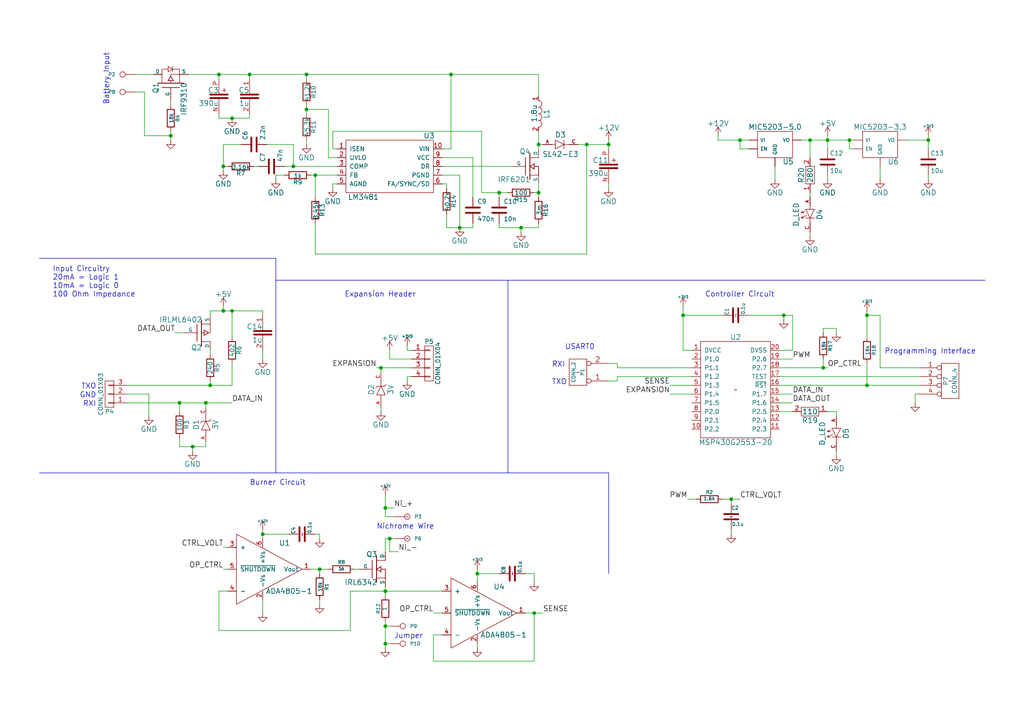
<source format=kicad_sch>
(kicad_sch (version 20230121) (generator eeschema)
  (paper "A4")
  (title_block (title "HABET Burner System") (date "Tue 17 Mar 2015") (rev "B") (company "Iowa State University") (comment 1 "Drawn by: Ian McInerney"))
  (junction (at 251.46 111.76))
  (junction (at 88.9 21.59))
  (junction (at 176.53 41.91))
  (junction (at 170.18 41.91))
  (junction (at 67.31 90.17))
  (junction (at 88.9 31.75))
  (junction (at 113.03 156.21))
  (junction (at 85.09 48.26))
  (junction (at 76.2 154.94))
  (junction (at 49.53 39.37))
  (junction (at 156.21 41.91))
  (junction (at 240.03 40.64))
  (junction (at 63.5 21.59))
  (junction (at 130.81 21.59))
  (junction (at 60.96 111.76))
  (junction (at 238.76 106.68))
  (junction (at 64.77 90.17))
  (junction (at 154.94 177.8))
  (junction (at 110.49 106.68))
  (junction (at 269.24 40.64))
  (junction (at 251.46 91.44))
  (junction (at 144.78 55.88))
  (junction (at 111.76 181.61))
  (junction (at 111.76 171.45))
  (junction (at 59.69 116.84))
  (junction (at 246.38 40.64))
  (junction (at 212.09 144.78))
  (junction (at 156.21 55.88))
  (junction (at 72.39 21.59))
  (junction (at 198.12 91.44))
  (junction (at 133.35 66.04))
  (junction (at 67.31 34.29))
  (junction (at 111.76 147.32))
  (junction (at 138.43 166.37))
  (junction (at 111.76 186.69))
  (junction (at 227.33 91.44))
  (junction (at 151.13 66.04))
  (junction (at 64.77 48.26))
  (junction (at 55.88 129.54))
  (junction (at 92.71 165.1))
  (junction (at 234.95 40.64))
  (junction (at 52.07 116.84))
  (junction (at 91.44 50.8))
  (junction (at 214.63 40.64))
  (wire (pts (xy 60.96 90.17) (xy 64.77 90.17)))
  (wire (pts (xy 85.09 48.26) (xy 97.79 48.26)))
  (wire (pts (xy 49.53 29.21) (xy 49.53 30.48)))
  (wire (pts (xy 242.57 95.25) (xy 242.57 96.52)))
  (wire (pts (xy 88.9 30.48) (xy 88.9 31.75)))
  (wire (pts (xy 212.09 153.67) (xy 212.09 154.94)))
  (wire (pts (xy 208.28 40.64) (xy 214.63 40.64)))
  (wire (pts (xy 66.04 165.1) (xy 64.77 165.1)))
  (wire (pts (xy 63.5 21.59) (xy 63.5 22.86)))
  (polyline (pts (xy 11.43 74.93) (xy 80.01 74.93)))
  (polyline (pts (xy 147.32 81.28) (xy 147.32 137.16)))
  (wire (pts (xy 251.46 91.44) (xy 251.46 97.79)))
  (wire (pts (xy 59.69 116.84) (xy 67.31 116.84)))
  (polyline (pts (xy 176.53 166.37) (xy 176.53 137.16)))
  (wire (pts (xy 217.17 43.18) (xy 214.63 43.18)))
  (wire (pts (xy 128.27 53.34) (xy 129.54 53.34)))
  (wire (pts (xy 88.9 31.75) (xy 88.9 33.02)))
  (wire (pts (xy 67.31 90.17) (xy 67.31 97.79)))
  (wire (pts (xy 227.33 91.44) (xy 227.33 92.71)))
  (wire (pts (xy 251.46 111.76) (xy 266.7 111.76)))
  (wire (pts (xy 49.53 38.1) (xy 49.53 39.37)))
  (wire (pts (xy 92.71 154.94) (xy 92.71 156.21)))
  (wire (pts (xy 80.01 50.8) (xy 82.55 50.8)))
  (wire (pts (xy 198.12 101.6) (xy 200.66 101.6)))
  (wire (pts (xy 110.49 106.68) (xy 110.49 107.95)))
  (wire (pts (xy 53.34 96.52) (xy 50.8 96.52)))
  (wire (pts (xy 119.38 109.22) (xy 118.11 109.22)))
  (wire (pts (xy 60.96 90.17) (xy 60.96 91.44)))
  (wire (pts (xy 52.07 119.38) (xy 52.07 116.84)))
  (wire (pts (xy 152.4 177.8) (xy 154.94 177.8)))
  (wire (pts (xy 36.83 114.3) (xy 43.18 114.3)))
  (wire (pts (xy 82.55 48.26) (xy 85.09 48.26)))
  (wire (pts (xy 111.76 147.32) (xy 111.76 149.86)))
  (wire (pts (xy 64.77 48.26) (xy 66.04 48.26)))
  (wire (pts (xy 138.43 165.1) (xy 138.43 166.37)))
  (wire (pts (xy 229.87 91.44) (xy 229.87 101.6)))
  (wire (pts (xy 111.76 170.18) (xy 111.76 171.45)))
  (wire (pts (xy 246.38 40.64) (xy 247.65 40.64)))
  (wire (pts (xy 179.07 105.41) (xy 176.53 105.41)))
  (wire (pts (xy 129.54 62.23) (xy 129.54 66.04)))
  (wire (pts (xy 198.12 91.44) (xy 198.12 101.6)))
  (wire (pts (xy 43.18 114.3) (xy 43.18 120.65)))
  (wire (pts (xy 91.44 50.8) (xy 97.79 50.8)))
  (wire (pts (xy 91.44 73.66) (xy 170.18 73.66)))
  (wire (pts (xy 95.25 45.72) (xy 95.25 31.75)))
  (wire (pts (xy 128.27 50.8) (xy 133.35 50.8)))
  (wire (pts (xy 251.46 90.17) (xy 251.46 91.44)))
  (wire (pts (xy 246.38 43.18) (xy 246.38 40.64)))
  (wire (pts (xy 212.09 144.78) (xy 212.09 146.05)))
  (wire (pts (xy 137.16 45.72) (xy 137.16 57.15)))
  (wire (pts (xy 255.27 91.44) (xy 255.27 106.68)))
  (wire (pts (xy 95.25 31.75) (xy 88.9 31.75)))
  (wire (pts (xy 76.2 154.94) (xy 83.82 154.94)))
  (wire (pts (xy 60.96 111.76) (xy 67.31 111.76)))
  (wire (pts (xy 36.83 111.76) (xy 60.96 111.76)))
  (wire (pts (xy 242.57 130.81) (xy 242.57 132.08)))
  (wire (pts (xy 238.76 106.68) (xy 240.03 106.68)))
  (wire (pts (xy 139.7 38.1) (xy 139.7 55.88)))
  (wire (pts (xy 39.37 21.59) (xy 44.45 21.59)))
  (wire (pts (xy 179.07 106.68) (xy 179.07 105.41)))
  (wire (pts (xy 64.77 41.91) (xy 69.85 41.91)))
  (wire (pts (xy 88.9 21.59) (xy 130.81 21.59)))
  (polyline (pts (xy 176.53 137.16) (xy 11.43 137.16)))
  (wire (pts (xy 234.95 68.58) (xy 234.95 67.31)))
  (wire (pts (xy 111.76 149.86) (xy 114.3 149.86)))
  (wire (pts (xy 118.11 101.6) (xy 118.11 100.33)))
  (wire (pts (xy 179.07 110.49) (xy 176.53 110.49)))
  (wire (pts (xy 111.76 171.45) (xy 111.76 172.72)))
  (wire (pts (xy 119.38 101.6) (xy 118.11 101.6)))
  (wire (pts (xy 95.25 45.72) (xy 97.79 45.72)))
  (wire (pts (xy 212.09 144.78) (xy 214.63 144.78)))
  (wire (pts (xy 111.76 186.69) (xy 113.03 186.69)))
  (wire (pts (xy 85.09 41.91) (xy 85.09 48.26)))
  (wire (pts (xy 214.63 40.64) (xy 217.17 40.64)))
  (wire (pts (xy 133.35 50.8) (xy 133.35 66.04)))
  (wire (pts (xy 111.76 156.21) (xy 113.03 156.21)))
  (wire (pts (xy 226.06 111.76) (xy 251.46 111.76)))
  (wire (pts (xy 64.77 88.9) (xy 64.77 90.17)))
  (wire (pts (xy 255.27 48.26) (xy 255.27 52.07)))
  (wire (pts (xy 41.91 39.37) (xy 41.91 26.67)))
  (wire (pts (xy 66.04 171.45) (xy 63.5 171.45)))
  (wire (pts (xy 139.7 55.88) (xy 144.78 55.88)))
  (wire (pts (xy 128.27 45.72) (xy 137.16 45.72)))
  (wire (pts (xy 60.96 101.6) (xy 60.96 102.87)))
  (wire (pts (xy 226.06 106.68) (xy 238.76 106.68)))
  (wire (pts (xy 234.95 40.64) (xy 240.03 40.64)))
  (wire (pts (xy 198.12 88.9) (xy 198.12 91.44)))
  (wire (pts (xy 88.9 40.64) (xy 88.9 41.91)))
  (wire (pts (xy 154.94 55.88) (xy 156.21 55.88)))
  (wire (pts (xy 90.17 165.1) (xy 92.71 165.1)))
  (wire (pts (xy 72.39 21.59) (xy 72.39 22.86)))
  (wire (pts (xy 111.76 143.51) (xy 111.76 147.32)))
  (wire (pts (xy 151.13 66.04) (xy 151.13 67.31)))
  (wire (pts (xy 157.48 41.91) (xy 156.21 41.91)))
  (wire (pts (xy 111.76 180.34) (xy 111.76 181.61)))
  (wire (pts (xy 170.18 41.91) (xy 176.53 41.91)))
  (wire (pts (xy 88.9 22.86) (xy 88.9 21.59)))
  (wire (pts (xy 113.03 156.21) (xy 114.3 156.21)))
  (wire (pts (xy 125.73 184.15) (xy 125.73 191.77)))
  (wire (pts (xy 156.21 66.04) (xy 156.21 64.77)))
  (wire (pts (xy 64.77 158.75) (xy 66.04 158.75)))
  (wire (pts (xy 232.41 40.64) (xy 234.95 40.64)))
  (wire (pts (xy 67.31 90.17) (xy 76.2 90.17)))
  (wire (pts (xy 101.6 171.45) (xy 101.6 182.88)))
  (wire (pts (xy 80.01 52.07) (xy 80.01 50.8)))
  (wire (pts (xy 55.88 130.81) (xy 55.88 129.54)))
  (wire (pts (xy 226.06 119.38) (xy 229.87 119.38)))
  (wire (pts (xy 217.17 91.44) (xy 227.33 91.44)))
  (wire (pts (xy 265.43 116.84) (xy 265.43 114.3)))
  (wire (pts (xy 170.18 73.66) (xy 170.18 41.91)))
  (wire (pts (xy 111.76 156.21) (xy 111.76 160.02)))
  (wire (pts (xy 238.76 104.14) (xy 238.76 106.68)))
  (wire (pts (xy 152.4 166.37) (xy 154.94 166.37)))
  (wire (pts (xy 67.31 111.76) (xy 67.31 105.41)))
  (wire (pts (xy 49.53 39.37) (xy 49.53 40.64)))
  (wire (pts (xy 176.53 40.64) (xy 176.53 41.91)))
  (wire (pts (xy 41.91 26.67) (xy 39.37 26.67)))
  (wire (pts (xy 224.79 52.07) (xy 224.79 48.26)))
  (polyline (pts (xy 80.01 74.93) (xy 80.01 137.16)))
  (wire (pts (xy 209.55 144.78) (xy 212.09 144.78)))
  (wire (pts (xy 214.63 43.18) (xy 214.63 40.64)))
  (wire (pts (xy 92.71 165.1) (xy 95.25 165.1)))
  (wire (pts (xy 208.28 39.37) (xy 208.28 40.64)))
  (wire (pts (xy 60.96 111.76) (xy 60.96 110.49)))
  (wire (pts (xy 91.44 50.8) (xy 91.44 57.15)))
  (wire (pts (xy 52.07 127) (xy 52.07 129.54)))
  (wire (pts (xy 234.95 45.72) (xy 234.95 40.64)))
  (wire (pts (xy 242.57 119.38) (xy 242.57 120.65)))
  (wire (pts (xy 238.76 96.52) (xy 238.76 95.25)))
  (wire (pts (xy 154.94 191.77) (xy 154.94 177.8)))
  (wire (pts (xy 156.21 38.1) (xy 156.21 41.91)))
  (wire (pts (xy 265.43 114.3) (xy 266.7 114.3)))
  (wire (pts (xy 130.81 43.18) (xy 128.27 43.18)))
  (wire (pts (xy 238.76 95.25) (xy 242.57 95.25)))
  (wire (pts (xy 115.57 160.02) (xy 113.03 160.02)))
  (wire (pts (xy 111.76 171.45) (xy 128.27 171.45)))
  (wire (pts (xy 266.7 109.22) (xy 226.06 109.22)))
  (wire (pts (xy 176.53 54.61) (xy 176.53 53.34)))
  (wire (pts (xy 113.03 181.61) (xy 111.76 181.61)))
  (wire (pts (xy 63.5 33.02) (xy 63.5 34.29)))
  (wire (pts (xy 269.24 52.07) (xy 269.24 50.8)))
  (wire (pts (xy 148.59 48.26) (xy 128.27 48.26)))
  (wire (pts (xy 67.31 34.29) (xy 72.39 34.29)))
  (wire (pts (xy 76.2 101.6) (xy 76.2 104.14)))
  (wire (pts (xy 64.77 90.17) (xy 67.31 90.17)))
  (wire (pts (xy 113.03 104.14) (xy 119.38 104.14)))
  (wire (pts (xy 130.81 21.59) (xy 156.21 21.59)))
  (wire (pts (xy 269.24 39.37) (xy 269.24 40.64)))
  (wire (pts (xy 247.65 43.18) (xy 246.38 43.18)))
  (wire (pts (xy 102.87 165.1) (xy 104.14 165.1)))
  (wire (pts (xy 133.35 66.04) (xy 137.16 66.04)))
  (polyline (pts (xy 80.01 81.28) (xy 285.75 81.28)))
  (wire (pts (xy 113.03 160.02) (xy 113.03 156.21)))
  (wire (pts (xy 154.94 166.37) (xy 154.94 168.91)))
  (wire (pts (xy 156.21 55.88) (xy 156.21 57.15)))
  (wire (pts (xy 194.31 111.76) (xy 200.66 111.76)))
  (wire (pts (xy 200.66 109.22) (xy 179.07 109.22)))
  (wire (pts (xy 240.03 39.37) (xy 240.03 40.64)))
  (wire (pts (xy 63.5 21.59) (xy 72.39 21.59)))
  (wire (pts (xy 129.54 66.04) (xy 133.35 66.04)))
  (wire (pts (xy 110.49 118.11) (xy 110.49 119.38)))
  (wire (pts (xy 101.6 182.88) (xy 63.5 182.88)))
  (wire (pts (xy 269.24 40.64) (xy 262.89 40.64)))
  (wire (pts (xy 240.03 50.8) (xy 240.03 52.07)))
  (wire (pts (xy 226.06 116.84) (xy 229.87 116.84)))
  (wire (pts (xy 156.21 53.34) (xy 156.21 55.88)))
  (wire (pts (xy 269.24 40.64) (xy 269.24 43.18)))
  (wire (pts (xy 154.94 177.8) (xy 157.48 177.8)))
  (wire (pts (xy 64.77 48.26) (xy 64.77 49.53)))
  (wire (pts (xy 49.53 39.37) (xy 41.91 39.37)))
  (wire (pts (xy 96.52 38.1) (xy 139.7 38.1)))
  (wire (pts (xy 144.78 66.04) (xy 144.78 64.77)))
  (wire (pts (xy 63.5 34.29) (xy 67.31 34.29)))
  (wire (pts (xy 234.95 57.15) (xy 234.95 55.88)))
  (wire (pts (xy 92.71 165.1) (xy 92.71 166.37)))
  (wire (pts (xy 138.43 166.37) (xy 144.78 166.37)))
  (wire (pts (xy 144.78 57.15) (xy 144.78 55.88)))
  (wire (pts (xy 229.87 104.14) (xy 226.06 104.14)))
  (wire (pts (xy 144.78 55.88) (xy 147.32 55.88)))
  (wire (pts (xy 138.43 166.37) (xy 138.43 168.91)))
  (wire (pts (xy 73.66 48.26) (xy 74.93 48.26)))
  (wire (pts (xy 125.73 191.77) (xy 154.94 191.77)))
  (wire (pts (xy 138.43 187.96) (xy 138.43 186.69)))
  (wire (pts (xy 76.2 154.94) (xy 76.2 156.21)))
  (wire (pts (xy 200.66 106.68) (xy 179.07 106.68)))
  (wire (pts (xy 156.21 21.59) (xy 156.21 27.94)))
  (wire (pts (xy 240.03 40.64) (xy 240.03 43.18)))
  (wire (pts (xy 52.07 129.54) (xy 55.88 129.54)))
  (wire (pts (xy 130.81 21.59) (xy 130.81 43.18)))
  (wire (pts (xy 91.44 154.94) (xy 92.71 154.94)))
  (wire (pts (xy 110.49 106.68) (xy 119.38 106.68)))
  (wire (pts (xy 179.07 109.22) (xy 179.07 110.49)))
  (wire (pts (xy 97.79 53.34) (xy 96.52 53.34)))
  (wire (pts (xy 111.76 186.69) (xy 111.76 187.96)))
  (wire (pts (xy 137.16 66.04) (xy 137.16 64.77)))
  (wire (pts (xy 151.13 66.04) (xy 156.21 66.04)))
  (wire (pts (xy 251.46 105.41) (xy 251.46 111.76)))
  (wire (pts (xy 200.66 114.3) (xy 194.31 114.3)))
  (wire (pts (xy 76.2 153.67) (xy 76.2 154.94)))
  (wire (pts (xy 128.27 177.8) (xy 125.73 177.8)))
  (wire (pts (xy 59.69 129.54) (xy 59.69 128.27)))
  (wire (pts (xy 64.77 41.91) (xy 64.77 48.26)))
  (wire (pts (xy 255.27 106.68) (xy 266.7 106.68)))
  (wire (pts (xy 92.71 173.99) (xy 92.71 175.26)))
  (wire (pts (xy 72.39 34.29) (xy 72.39 33.02)))
  (wire (pts (xy 229.87 114.3) (xy 226.06 114.3)))
  (wire (pts (xy 113.03 101.6) (xy 113.03 104.14)))
  (wire (pts (xy 97.79 43.18) (xy 96.52 43.18)))
  (wire (pts (xy 129.54 53.34) (xy 129.54 54.61)))
  (wire (pts (xy 240.03 119.38) (xy 242.57 119.38)))
  (wire (pts (xy 176.53 41.91) (xy 176.53 43.18)))
  (wire (pts (xy 226.06 101.6) (xy 229.87 101.6)))
  (wire (pts (xy 118.11 109.22) (xy 118.11 110.49)))
  (wire (pts (xy 91.44 64.77) (xy 91.44 73.66)))
  (wire (pts (xy 90.17 50.8) (xy 91.44 50.8)))
  (wire (pts (xy 96.52 53.34) (xy 96.52 54.61)))
  (wire (pts (xy 109.22 106.68) (xy 110.49 106.68)))
  (wire (pts (xy 198.12 91.44) (xy 209.55 91.44)))
  (wire (pts (xy 199.39 144.78) (xy 201.93 144.78)))
  (wire (pts (xy 63.5 171.45) (xy 63.5 182.88)))
  (wire (pts (xy 111.76 181.61) (xy 111.76 186.69)))
  (wire (pts (xy 144.78 66.04) (xy 151.13 66.04)))
  (wire (pts (xy 76.2 90.17) (xy 76.2 91.44)))
  (wire (pts (xy 227.33 91.44) (xy 229.87 91.44)))
  (wire (pts (xy 101.6 171.45) (xy 111.76 171.45)))
  (wire (pts (xy 156.21 41.91) (xy 156.21 43.18)))
  (wire (pts (xy 251.46 91.44) (xy 255.27 91.44)))
  (wire (pts (xy 76.2 173.99) (xy 76.2 177.8)))
  (wire (pts (xy 167.64 41.91) (xy 170.18 41.91)))
  (wire (pts (xy 77.47 41.91) (xy 85.09 41.91)))
  (wire (pts (xy 72.39 21.59) (xy 88.9 21.59)))
  (wire (pts (xy 59.69 118.11) (xy 59.69 116.84)))
  (wire (pts (xy 54.61 21.59) (xy 63.5 21.59)))
  (wire (pts (xy 125.73 184.15) (xy 128.27 184.15)))
  (wire (pts (xy 240.03 40.64) (xy 246.38 40.64)))
  (wire (pts (xy 52.07 116.84) (xy 59.69 116.84)))
  (wire (pts (xy 55.88 129.54) (xy 59.69 129.54)))
  (wire (pts (xy 114.3 147.32) (xy 111.76 147.32)))
  (wire (pts (xy 36.83 116.84) (xy 52.07 116.84)))
  (wire (pts (xy 96.52 43.18) (xy 96.52 38.1)))
  (text "USART0" (at 163.83 101.6 0) (effects (font (size 1.524 1.524)) (justify left bottom)))
  (text "TXO" (at 160.02 111.76 0) (effects (font (size 1.524 1.524)) (justify left bottom)))
  (text "Battery Input" (at 31.75 30.48 90) (effects (font (size 1.524 1.524)) (justify left bottom)))
  (text "Expansion Header" (at 120.65 86.36 0) (effects (font (size 1.524 1.524)) (justify right bottom)))
  (text "Burner Circuit" (at 72.39 140.97 0) (effects (font (size 1.524 1.524)) (justify left bottom)))
  (text "Controller Circuit" (at 204.47 86.36 0) (effects (font (size 1.524 1.524)) (justify left bottom)))
  (text "Jumper" (at 114.3 185.42 0) (effects (font (size 1.524 1.524)) (justify left bottom)))
  (text "Programming Interface" (at 256.54 102.87 0) (effects (font (size 1.524 1.524)) (justify left bottom)))
  (text "GND" (at 27.94 115.57 0) (effects (font (size 1.524 1.524)) (justify right bottom)))
  (text "RXI" (at 27.94 118.11 0) (effects (font (size 1.524 1.524)) (justify right bottom)))
  (text "RXI" (at 160.02 106.68 0) (effects (font (size 1.524 1.524)) (justify left bottom)))
  (text "Input Circuitry\n20mA = Logic 1\n10mA = Logic 0\n100 Ohm Impedance" (at 15.24 86.36 0) (effects (font (size 1.524 1.524)) (justify left bottom)))
  (text "TXO" (at 27.94 113.03 0) (effects (font (size 1.524 1.524)) (justify right bottom)))
  (text "Nichrome Wire" (at 109.22 153.67 0) (effects (font (size 1.524 1.524)) (justify left bottom)))
  (label "SENSE" (at 157.48 177.8 0) (effects (font (size 1.524 1.524))))
  (label "DATA_IN" (at 67.31 116.84 0) (effects (font (size 1.524 1.524))))
  (label "SENSE" (at 194.31 111.76 180) (effects (font (size 1.524 1.524))))
  (label "EXPANSION" (at 194.31 114.3 180) (effects (font (size 1.524 1.524))))
  (label "DATA_OUT" (at 229.87 116.84 0) (effects (font (size 1.524 1.524))))
  (label "OP_CTRL" (at 240.03 106.68 0) (effects (font (size 1.524 1.524))))
  (label "CTRL_VOLT" (at 214.63 144.78 0) (effects (font (size 1.524 1.524))))
  (label "OP_CTRL" (at 125.73 177.8 180) (effects (font (size 1.524 1.524))))
  (label "PWM" (at 229.87 104.14 0) (effects (font (size 1.524 1.524))))
  (label "NI_-" (at 115.57 160.02 0) (effects (font (size 1.524 1.524))))
  (label "CTRL_VOLT" (at 64.77 158.75 180) (effects (font (size 1.524 1.524))))
  (label "EXPANSION" (at 109.22 106.68 180) (effects (font (size 1.524 1.524))))
  (label "OP_CTRL" (at 64.77 165.1 180) (effects (font (size 1.524 1.524))))
  (label "DATA_IN" (at 229.87 114.3 0) (effects (font (size 1.524 1.524))))
  (label "Ni_+" (at 114.3 147.32 0) (effects (font (size 1.524 1.524))))
  (label "DATA_OUT" (at 50.8 96.52 180) (effects (font (size 1.524 1.524))))
  (label "PWM" (at 199.39 144.78 180) (effects (font (size 1.524 1.524))))
  (symbol (lib_id "Microprocessors:MSP430G2553-20") (at 213.36 113.03 0) (unit 1)
    (property "Reference" "U2" (at 213.36 97.79 0) (effects (font (size 1.524 1.524))))
    (property "Value" "MSP430G2553-20" (at 213.36 128.27 0) (effects (font (size 1.524 1.524))))
    (property "Footprint" "SMD:SOP_4.5mm_0.65mm_20" (effects hide))
    (property "Datasheet" "~" (at 213.36 113.03 0) (effects (font (size 1.524 1.524))))
    (property "DigikeyNumber" "296-28430-1-ND" (effects hide))
    (property "Manufacturer" "Texas Instruments" (effects hide))
    (property "ManufacturerNumber" "MSP430G2553IPW20R" (effects hide))
  )
  (symbol (lib_id "Burner-rescue:GND") (at 111.76 187.96 0) (unit 1)
    (property "Reference" "#PWR01" (effects hide))
    (property "Value" "GND" (effects hide))
  )
  (symbol (lib_id "Burner-rescue:GND") (at 49.53 40.64 0) (unit 1)
    (property "Reference" "#PWR02" (effects hide))
    (property "Value" "GND" (effects hide))
  )
  (symbol (lib_id "Burner-rescue:GND") (at 227.33 92.71 0) (unit 1)
    (property "Reference" "#PWR03" (effects hide))
    (property "Value" "GND" (effects hide))
  )
  (symbol (lib_id "Burner-rescue:R") (at 92.71 170.18 0) (unit 1)
    (property "Reference" "R1" (at 94.742 170.18 90) (effects (font (size 1.016 1.016))))
    (property "Value" "10k" (at 92.8878 170.1546 90) (effects (font (size 1.016 1.016))))
    (property "Footprint" "SMD:SMD_0805" (effects hide))
    (property "Datasheet" "~" (at 92.71 170.18 0) (effects (font (size 0.762 0.762))))
    (property "DigikeyNumber" "P10.0KCCT-ND" (effects hide))
    (property "Manufacturer" "Panasonic Electronic Components" (effects hide))
    (property "ManufacturerNumber" "ERJ-6ENF1002V" (effects hide))
  )
  (symbol (lib_id "Burner-rescue:CONN_2") (at 167.64 107.95 180) (unit 1)
    (property "Reference" "P1" (at 168.91 107.95 90) (effects (font (size 1.016 1.016))))
    (property "Value" "CONN_2" (at 166.37 107.95 90) (effects (font (size 1.016 1.016))))
    (property "Footprint" "Connectors:CONN_2.54mm_1x2" (effects hide))
    (property "Datasheet" "~" (at 167.64 107.95 0) (effects (font (size 1.524 1.524))))
  )
  (symbol (lib_id "Burner-rescue:C") (at 213.36 91.44 90) (unit 1)
    (property "Reference" "C1" (at 210.82 91.44 0) (effects (font (size 1.016 1.016)) (justify left)))
    (property "Value" "0.1u" (at 215.519 91.2876 0) (effects (font (size 1.016 1.016)) (justify left)))
    (property "Footprint" "SMD:SMD_0805" (effects hide))
    (property "Datasheet" "~" (at 213.36 91.44 0) (effects (font (size 1.524 1.524))))
    (property "DigikeyNumber" "311-1141-1-ND" (effects hide))
    (property "Manufacturer" "Yageo" (effects hide))
    (property "ManufacturerNumber" "CC0805KRX7R8BB104" (effects hide))
  )
  (symbol (lib_id "Burner-rescue:CONN_1") (at 118.11 149.86 0) (unit 1)
    (property "Reference" "P3" (at 120.142 149.86 0) (effects (font (size 1.016 1.016)) (justify left)))
    (property "Value" "CONN_1" (effects hide))
    (property "Footprint" "Connectors:CONN_2.54mm_1x1" (effects hide))
    (property "Datasheet" "~" (at 118.11 149.86 0) (effects (font (size 1.524 1.524))))
  )
  (symbol (lib_id "Burner-rescue:CONN_1") (at 118.11 156.21 0) (unit 1)
    (property "Reference" "P6" (at 120.142 156.21 0) (effects (font (size 1.016 1.016)) (justify left)))
    (property "Value" "CONN_1" (effects hide))
    (property "Footprint" "Connectors:CONN_2.54mm_1x1" (effects hide))
    (property "Datasheet" "~" (at 118.11 156.21 0) (effects (font (size 1.524 1.524))))
  )
  (symbol (lib_id "Burner-rescue:R") (at 111.76 176.53 180) (unit 1)
    (property "Reference" "R12" (at 109.728 176.53 90) (effects (font (size 1.016 1.016))))
    (property "Value" "1" (at 111.5822 176.5554 90) (effects (font (size 1.016 1.016))))
    (property "Footprint" "Resistors:RES_D2PACK" (effects hide))
    (property "Datasheet" "http://www.bourns.com/data/global/pdfs/PWR163.pdf" (effects hide))
    (property "DigikeyNumber" "PWR163S-25-1R00J-ND" (effects hide))
    (property "Manufacturer" "Bournes" (effects hide))
    (property "ManufacturerNumber" "PWR163S-25-1R00J" (effects hide))
  )
  (symbol (lib_id "Burner-rescue:R") (at 99.06 165.1 90) (unit 1)
    (property "Reference" "R8" (at 99.06 163.068 90) (effects (font (size 1.016 1.016))))
    (property "Value" "1k" (at 99.0346 164.9222 90) (effects (font (size 1.016 1.016))))
    (property "Footprint" "SMD:SMD_0805" (effects hide))
    (property "Datasheet" "~" (at 99.06 165.1 0) (effects (font (size 0.762 0.762))))
    (property "DigikeyNumber" "P1.00KCCT-ND" (effects hide))
    (property "Manufacturer" "Panasonic Electronic Components" (effects hide))
    (property "ManufacturerNumber" "ERJ-6ENF1001V" (effects hide))
  )
  (symbol (lib_id "Burner-rescue:GND") (at 76.2 177.8 0) (unit 1)
    (property "Reference" "#PWR04" (effects hide))
    (property "Value" "GND" (effects hide))
  )
  (symbol (lib_id "Burner-rescue:+3.3V") (at 198.12 88.9 0) (unit 1)
    (property "Reference" "#PWR06" (effects hide))
    (property "Value" "+3.3V" (at 198.12 86.106 0) (effects (font (size 0.762 0.762))))
  )
  (symbol (lib_id "Burner-rescue:+12V") (at 111.76 143.51 0) (unit 1)
    (property "Reference" "#PWR07" (effects hide))
    (property "Value" "+12V" (at 111.76 140.97 0) (effects (font (size 0.762 0.762))))
  )
  (symbol (lib_id "Burner-rescue:GND") (at 92.71 175.26 0) (unit 1)
    (property "Reference" "#PWR08" (effects hide))
    (property "Value" "GND" (effects hide))
  )
  (symbol (lib_id "Burner-rescue:GND") (at 265.43 116.84 0) (unit 1)
    (property "Reference" "#PWR09" (effects hide))
    (property "Value" "GND" (effects hide))
  )
  (symbol (lib_id "Burner-rescue:GND") (at 138.43 187.96 0) (unit 1)
    (property "Reference" "#PWR010" (effects hide))
    (property "Value" "GND" (effects hide))
  )
  (symbol (lib_id "Burner-rescue:+3.3V") (at 138.43 165.1 0) (unit 1)
    (property "Reference" "#PWR011" (effects hide))
    (property "Value" "+3.3V" (at 138.43 162.306 0) (effects (font (size 0.762 0.762))))
  )
  (symbol (lib_id "Burner-rescue:CONN_4") (at 275.59 110.49 0) (unit 1)
    (property "Reference" "P7" (at 274.32 110.49 90))
    (property "Value" "CONN_4" (at 276.86 110.49 90))
    (property "Footprint" "Connectors:CONN_2.54mm_1x4" (effects hide))
    (property "Datasheet" "~" (at 275.59 110.49 0) (effects (font (size 1.524 1.524))))
  )
  (symbol (lib_id "Burner-rescue:+3.3V") (at 251.46 90.17 0) (unit 1)
    (property "Reference" "#PWR012" (effects hide))
    (property "Value" "+3.3V" (at 251.46 87.376 0) (effects (font (size 0.762 0.762))))
  )
  (symbol (lib_id "Burner-rescue:GND") (at 242.57 96.52 0) (unit 1)
    (property "Reference" "#PWR013" (effects hide))
    (property "Value" "GND" (effects hide))
  )
  (symbol (lib_id "Burner-rescue:R") (at 205.74 144.78 90) (unit 1)
    (property "Reference" "R2" (at 205.74 142.748 90) (effects (font (size 1.016 1.016))))
    (property "Value" "1.6k" (at 205.7146 144.6022 90) (effects (font (size 1.016 1.016))))
    (property "Footprint" "SMD:SMD_0805" (effects hide))
    (property "Datasheet" "~" (at 205.74 144.78 0) (effects (font (size 0.762 0.762))))
    (property "DigikeyNumber" "P1.60KCCT-ND" (effects hide))
    (property "Manufacturer" "Panasonic Electronic Components" (effects hide))
    (property "ManufacturerNumber" "ERJ-6ENF1601V" (effects hide))
  )
  (symbol (lib_id "Burner-rescue:GND") (at 212.09 154.94 0) (unit 1)
    (property "Reference" "#PWR014" (effects hide))
    (property "Value" "GND" (effects hide))
  )
  (symbol (lib_id "Burner-rescue:GND") (at 92.71 156.21 0) (unit 1)
    (property "Reference" "#PWR015" (effects hide))
    (property "Value" "GND" (effects hide))
  )
  (symbol (lib_id "Burner-rescue:GND") (at 154.94 168.91 0) (unit 1)
    (property "Reference" "#PWR016" (effects hide))
    (property "Value" "GND" (effects hide))
  )
  (symbol (lib_id "Burner-rescue:R") (at 156.21 60.96 0) (unit 1)
    (property "Reference" "R16" (at 158.242 60.96 90))
    (property "Value" "3m" (at 156.3878 60.9346 90))
    (property "Footprint" "SMD:SMD_2010" (effects hide))
    (property "Datasheet" "http://rohmfs.rohm.com/en/products/databook/datasheet/passive/resistor/chip_resistor/pmr.pdf" (effects hide))
    (property "DigikeyNumber" "RHM.003ASCT-ND" (effects hide))
    (property "Manufacturer" "Rohm Semiconductor" (effects hide))
    (property "ManufacturerNumber" "PMR50HZPFV3L00" (effects hide))
  )
  (symbol (lib_id "Burner-rescue:C") (at 144.78 60.96 0) (unit 1)
    (property "Reference" "C10" (at 146.05 58.42 0) (effects (justify left)))
    (property "Value" "10n" (at 146.05 63.5 0) (effects (justify left)))
    (property "Footprint" "SMD:SMD_0805" (effects hide))
    (property "DigikeyNumber" "311-1136-1-ND" (effects hide))
    (property "Manufacturer" "Yageo" (effects hide))
    (property "ManufacturerNumber" "CC0805KRX7R9BB103" (effects hide))
  )
  (symbol (lib_id "Burner-rescue:C") (at 137.16 60.96 0) (unit 1)
    (property "Reference" "C9" (at 138.43 58.42 0) (effects (justify left)))
    (property "Value" "470n" (at 138.43 63.5 0) (effects (justify left)))
    (property "Footprint" "SMD:SMD_0805" (effects hide))
    (property "DigikeyNumber" "311-1364-1-ND" (effects hide))
    (property "Manufacturer" "Yageo" (effects hide))
    (property "ManufacturerNumber" "CC0805KKX7R8BB474" (effects hide))
  )
  (symbol (lib_id "Burner-rescue:R") (at 129.54 58.42 0) (unit 1)
    (property "Reference" "R14" (at 131.572 58.42 90))
    (property "Value" "40.2k" (at 129.7178 58.3946 90))
    (property "Footprint" "SMD:SMD_0805" (effects hide))
    (property "DigikeyNumber" "P40.2KCCT-ND" (effects hide))
    (property "Manufacturer" "Panasonic Electronic Components" (effects hide))
    (property "ManufacturerNumber" "ERJ-6ENF4022V" (effects hide))
  )
  (symbol (lib_id "Burner-rescue:GND") (at 133.35 66.04 0) (unit 1)
    (property "Reference" "#PWR017" (effects hide))
    (property "Value" "GND" (at 133.35 69.85 0) (effects (font (size 1.524 1.524))))
  )
  (symbol (lib_id "Burner-rescue:GND") (at 151.13 67.31 0) (unit 1)
    (property "Reference" "#PWR018" (effects hide))
    (property "Value" "GND" (at 151.13 71.12 0) (effects (font (size 1.524 1.524))))
  )
  (symbol (lib_id "Burner-rescue:GND") (at 96.52 54.61 0) (unit 1)
    (property "Reference" "#PWR019" (effects hide))
    (property "Value" "GND" (at 96.52 58.42 0) (effects (font (size 1.524 1.524))))
  )
  (symbol (lib_id "Burner-rescue:R") (at 86.36 50.8 270) (unit 1)
    (property "Reference" "R9" (at 86.36 52.832 90))
    (property "Value" "1k" (at 86.3854 50.9778 90))
    (property "Footprint" "SMD:SMD_0805" (effects hide))
    (property "DigikeyNumber" "P1.00KCCT-ND" (effects hide))
    (property "Manufacturer" "Panasonic Electronics Components" (effects hide))
    (property "ManufacturerNumber" "ERJ-6ENF1001V" (effects hide))
  )
  (symbol (lib_id "Burner-rescue:R") (at 91.44 60.96 0) (unit 1)
    (property "Reference" "R13" (at 93.472 60.96 90))
    (property "Value" "8.45k" (at 91.6178 60.9346 90))
    (property "Footprint" "SMD:SMD_0805" (effects hide))
    (property "DigikeyNumber" "P8.45KCCT-ND" (effects hide))
    (property "Manufacturer" "Panasonic Electronic Components" (effects hide))
    (property "ManufacturerNumber" "ERJ-6ENF8451V" (effects hide))
  )
  (symbol (lib_id "Burner-rescue:GND") (at 80.01 52.07 0) (unit 1)
    (property "Reference" "#PWR020" (effects hide))
    (property "Value" "GND" (at 80.01 55.88 0) (effects (font (size 1.524 1.524))))
  )
  (symbol (lib_id "Burner-rescue:R") (at 88.9 26.67 0) (unit 1)
    (property "Reference" "R10" (at 90.932 26.67 90))
    (property "Value" "41.2k" (at 89.0778 26.6446 90))
    (property "Footprint" "SMD:SMD_0805" (effects hide))
    (property "DigikeyNumber" "P41.2KCCT-ND" (effects hide))
    (property "Manufacturer" "Panasonic Electronic Components" (effects hide))
    (property "ManufacturerNumber" "ERJ-6ENF4122V" (effects hide))
  )
  (symbol (lib_id "Burner-rescue:R") (at 88.9 36.83 0) (unit 1)
    (property "Reference" "R11" (at 90.932 36.83 90))
    (property "Value" "45.3k" (at 89.0778 36.8046 90))
    (property "Footprint" "SMD:SMD_0805" (effects hide))
    (property "DigikeyNumber" "P45.3KCCT-ND" (effects hide))
    (property "Manufacturer" "Panasonic Electronic Components" (effects hide))
    (property "ManufacturerNumber" "ERJ-6ENF4532V" (effects hide))
  )
  (symbol (lib_id "Burner-rescue:GND") (at 88.9 41.91 0) (unit 1)
    (property "Reference" "#PWR021" (effects hide))
    (property "Value" "GND" (at 88.9 45.72 0) (effects (font (size 1.524 1.524))))
  )
  (symbol (lib_id "Burner-rescue:GND") (at 176.53 54.61 0) (unit 1)
    (property "Reference" "#PWR022" (effects hide))
    (property "Value" "GND" (at 176.53 58.42 0) (effects (font (size 1.524 1.524))))
  )
  (symbol (lib_id "Burner-rescue:GND") (at 67.31 34.29 0) (unit 1)
    (property "Reference" "#PWR023" (effects hide))
    (property "Value" "GND" (at 67.31 38.1 0) (effects (font (size 1.524 1.524))))
  )
  (symbol (lib_id "Burner-rescue:+12V") (at 176.53 40.64 0) (unit 1)
    (property "Reference" "#PWR024" (effects hide))
    (property "Value" "+12V" (at 176.53 37.084 0) (effects (font (size 1.524 1.524))))
  )
  (symbol (lib_id "Burner-rescue:C") (at 78.74 48.26 90) (unit 1)
    (property "Reference" "C7" (at 76.2 46.99 0) (effects (justify left)))
    (property "Value" "47n" (at 81.28 46.99 0) (effects (justify left)))
    (property "Footprint" "SMD:SMD_0805" (effects hide))
    (property "DigikeyNumber" "311-1431-1-ND" (effects hide))
    (property "Manufacturer" "Yageo" (effects hide))
    (property "ManufacturerNumber" "CC0805KRX7R9BB473" (effects hide))
  )
  (symbol (lib_id "Burner-rescue:C") (at 73.66 41.91 90) (unit 1)
    (property "Reference" "C6" (at 71.12 40.64 0) (effects (justify left)))
    (property "Value" "2.2n" (at 76.2 40.64 0) (effects (justify left)))
    (property "Footprint" "SMD:SMD_0805" (effects hide))
    (property "DigikeyNumber" "311-1129-1-ND" (effects hide))
    (property "Manufacturer" "Yageo" (effects hide))
    (property "ManufacturerNumber" "CC0805KRX7R9BB222" (effects hide))
  )
  (symbol (lib_id "Burner-rescue:R") (at 69.85 48.26 270) (unit 1)
    (property "Reference" "R7" (at 69.85 50.292 90))
    (property "Value" "3.16k" (at 69.8754 48.4378 90))
    (property "Footprint" "SMD:SMD_0805" (effects hide))
    (property "DigikeyNumber" "P3.16KCCT-ND" (effects hide))
    (property "Manufacturer" "Panasonic Electronic Components" (effects hide))
    (property "ManufacturerNumber" "ERJ-6ENF3161V" (effects hide))
  )
  (symbol (lib_id "Burner-rescue:GND") (at 64.77 49.53 0) (unit 1)
    (property "Reference" "#PWR025" (effects hide))
    (property "Value" "GND" (at 64.77 53.34 0) (effects (font (size 1.524 1.524))))
  )
  (symbol (lib_id "PowerComponents:LM3481") (at 113.03 48.26 0) (unit 1)
    (property "Reference" "U3" (at 124.46 39.37 0) (effects (font (size 1.524 1.524))))
    (property "Value" "LM3481" (at 105.41 57.15 0) (effects (font (size 1.524 1.524))))
    (property "Footprint" "SMD:SOP_3.0mm_0.5mm_10" (effects hide))
    (property "Datasheet" "http://www.ti.com/lit/ds/symlink/lm3481.pdf" (effects hide))
    (property "DigikeyNumber" "LM3481MM/NOPBCT-ND" (effects hide))
    (property "Manufacturer" "Texas_Instruments" (effects hide))
    (property "ManufacturerNumber" "LM3481MM/NOPB" (effects hide))
  )
  (symbol (lib_id "MiscellaneousDevices:ADA4805-1") (at 76.2 165.1 0) (unit 1)
    (property "Reference" "U1" (at 82.55 157.48 0) (effects (font (size 1.524 1.524))))
    (property "Value" "ADA4805-1" (at 83.82 171.45 0) (effects (font (size 1.524 1.524))))
    (property "Footprint" "SMD:SOT-23-6" (effects hide))
    (property "Datasheet" "http://www.analog.com/media/en/technical-documentation/data-sheets/ADA4805-1_4805-2.pdf" (effects hide))
    (property "DigikeyNumber" "ADA4805-1ARJZ-R7CT-ND" (effects hide))
    (property "Manufacturer" "Analog_Devices" (effects hide))
    (property "ManufacturerNumber" "ADA4805-1ARJZ-R7" (effects hide))
  )
  (symbol (lib_id "MiscellaneousDevices:ADA4805-1") (at 138.43 177.8 0) (unit 1)
    (property "Reference" "U4" (at 144.78 170.18 0) (effects (font (size 1.524 1.524))))
    (property "Value" "ADA4805-1" (at 146.05 184.15 0) (effects (font (size 1.524 1.524))))
    (property "Footprint" "SMD:SOT-23-6" (effects hide))
    (property "Datasheet" "http://www.analog.com/media/en/technical-documentation/data-sheets/ADA4805-1_4805-2.pdf" (effects hide))
    (property "DigikeyNumber" "ADA4805-1ARJZ-R7CT-ND" (effects hide))
    (property "Manufacturer" "Analog_Devices" (effects hide))
    (property "ManufacturerNumber" "ADA4805-1ARJZ-R7" (effects hide))
  )
  (symbol (lib_id "Burner-rescue:R") (at 151.13 55.88 270) (unit 1)
    (property "Reference" "R15" (at 151.13 57.912 90))
    (property "Value" "100" (at 151.13 55.88 90))
    (property "Footprint" "SMD:SMD_0805" (effects hide))
    (property "DigikeyNumber" "P100CCT-ND" (effects hide))
    (property "Manufacturer" "Panasonic Electronic Components" (effects hide))
    (property "ManufacturerNumber" "ERJ-6ENF1000V" (effects hide))
  )
  (symbol (lib_id "Burner-rescue:R") (at 52.07 123.19 0) (unit 1)
    (property "Reference" "R3" (at 54.102 123.19 90))
    (property "Value" "100" (at 52.07 123.19 90))
    (property "Footprint" "SMD:SMD_0805" (effects hide))
    (property "DigikeyNumber" "P100CCT-ND" (effects hide))
    (property "Manufacturer" "Panasonic Electronic Components" (effects hide))
    (property "ManufacturerNumber" "ERJ-6ENF1000V" (effects hide))
  )
  (symbol (lib_id "Burner-rescue:CONN_01X03") (at 31.75 114.3 180) (unit 1)
    (property "Reference" "P4" (at 31.75 119.38 0))
    (property "Value" "CONN_01X03" (at 29.21 114.3 90))
    (property "Footprint" "Connectors:CONN_2.54mm_1x3" (effects hide))
  )
  (symbol (lib_id "Burner-rescue:GND") (at 43.18 120.65 0) (unit 1)
    (property "Reference" "#PWR026" (effects hide))
    (property "Value" "GND" (at 43.18 124.46 0) (effects (font (size 1.524 1.524))))
  )
  (symbol (lib_id "Burner-rescue:R") (at 60.96 106.68 0) (unit 1)
    (property "Reference" "R5" (at 62.992 106.68 90))
    (property "Value" "240" (at 60.96 106.68 90))
    (property "Footprint" "SMD:SMD_0805" (effects hide))
    (property "DigikeyNumber" "P240CCT-ND" (effects hide))
    (property "Manufacturer" "Panasonic Electronic Components" (effects hide))
    (property "ManufacturerNumber" "ERJ-6ENF2400V" (effects hide))
  )
  (symbol (lib_id "Burner-rescue:R") (at 67.31 101.6 0) (unit 1)
    (property "Reference" "R6" (at 69.342 101.6 90))
    (property "Value" "402" (at 67.31 101.6 90))
    (property "Footprint" "SMD:SMD_0805" (effects hide))
    (property "DigikeyNumber" "P402CCT-ND" (effects hide))
    (property "Manufacturer" "Panasonic Electronic Components" (effects hide))
    (property "ManufacturerNumber" "ERJ-6ENF4020V" (effects hide))
  )
  (symbol (lib_id "Burner-rescue:+5V") (at 64.77 88.9 0) (unit 1)
    (property "Reference" "#PWR027" (effects hide))
    (property "Value" "+5V" (at 64.77 85.344 0) (effects (font (size 1.524 1.524))))
  )
  (symbol (lib_id "Burner-rescue:+5V") (at 240.03 39.37 0) (unit 1)
    (property "Reference" "#PWR028" (effects hide))
    (property "Value" "+5V" (at 240.03 35.814 0) (effects (font (size 1.524 1.524))))
  )
  (symbol (lib_id "Burner-rescue:+3.3V") (at 269.24 39.37 0) (unit 1)
    (property "Reference" "#PWR029" (effects hide))
    (property "Value" "+3.3V" (at 269.24 36.576 0) (effects (font (size 0.762 0.762))))
  )
  (symbol (lib_id "Burner-rescue:GND") (at 240.03 52.07 0) (unit 1)
    (property "Reference" "#PWR030" (effects hide))
    (property "Value" "GND" (at 240.03 55.88 0) (effects (font (size 1.524 1.524))))
  )
  (symbol (lib_id "Burner-rescue:C") (at 240.03 46.99 0) (unit 1)
    (property "Reference" "C12" (at 240.665 44.45 0) (effects (justify left)))
    (property "Value" "10u" (at 240.665 49.53 0) (effects (justify left)))
    (property "Footprint" "SMD:SMD_0805" (effects hide))
    (property "DigikeyNumber" "311-1355-1-ND" (effects hide))
    (property "Manufacturer" "Yageo" (effects hide))
    (property "ManufacturerNumber" "CC0805ZKY5V6BB106" (effects hide))
  )
  (symbol (lib_id "Diodes:D_ZENER") (at 59.69 123.19 0) (unit 1)
    (property "Reference" "D1" (at 56.896 123.19 90) (effects (font (size 1.524 1.524))))
    (property "Value" "3V" (at 62.484 123.19 90) (effects (font (size 1.524 1.524))))
    (property "Footprint" "Diodes:DIODE_SOT-23-3" (effects hide))
    (property "Datasheet" "http://www.onsemi.com/pub_link/Collateral/BZX84C2V4LT1-D.PDF" (effects hide))
    (property "DigikeyNumber" "BZX84C3V0LT1GOSCT-ND" (effects hide))
    (property "Manufacturer" "ON Semiconductor" (effects hide))
    (property "ManufacturerNumber" "BZX84C3V0LT1G" (effects hide))
  )
  (symbol (lib_id "Diodes:D_ZENER") (at 110.49 113.03 0) (unit 1)
    (property "Reference" "D2" (at 107.696 113.03 90) (effects (font (size 1.524 1.524))))
    (property "Value" "3V" (at 113.284 113.03 90) (effects (font (size 1.524 1.524))))
    (property "Footprint" "Diodes:DIODE_SOT-23-3" (effects hide))
    (property "Datasheet" "http://www.onsemi.com/pub_link/Collateral/BZX84C2V4LT1-D.PDF" (effects hide))
    (property "DigikeyNumber" "BZX84C3V0LT1GOSCT-ND" (effects hide))
    (property "Manufacturer" "ON Semiconductor" (effects hide))
    (property "ManufacturerNumber" "BZX84C3V0LT1G" (effects hide))
  )
  (symbol (lib_id "Diodes:D_DIODE") (at 162.56 41.91 270) (unit 1)
    (property "Reference" "D3" (at 162.56 39.116 90) (effects (font (size 1.524 1.524))))
    (property "Value" "SL42-E3" (at 162.56 44.704 90) (effects (font (size 1.524 1.524))))
    (property "Footprint" "Diodes:DIODE_DO214AB-SMC" (effects hide))
    (property "Datasheet" "http://www.vishay.com/docs/88742/sl42.pdf" (effects hide))
    (property "DigikeyNumber" "SL42-E3/57TGICT-ND" (effects hide))
    (property "Manufacturer" "Vishay" (effects hide))
    (property "ManufacturerNumber" "SL42-E3/57T" (effects hide))
  )
  (symbol (lib_id "Burner-rescue:GND") (at 55.88 130.81 0) (unit 1)
    (property "Reference" "#PWR031" (effects hide))
    (property "Value" "GND" (at 55.88 134.62 0) (effects (font (size 1.524 1.524))))
  )
  (symbol (lib_id "TransistorParts:NMOS_3-Term") (at 153.67 48.26 0) (unit 1)
    (property "Reference" "Q4" (at 153.924 43.942 0) (effects (font (size 1.524 1.524)) (justify right)))
    (property "Value" "IRF6201" (at 153.924 52.07 0) (effects (font (size 1.524 1.524)) (justify right)))
    (property "Footprint" "Transistors:TRANS_SO_4.0mm_1.27mm_8" (effects hide))
    (property "Datasheet" "http://www.irf.com/product-info/datasheets/data/irf6201pbf.pdf" (effects hide))
    (property "DigikeyNumber" "IRF6201TRPBFCT-ND" (effects hide))
    (property "Manufacturer" "International Rectifier" (effects hide))
    (property "ManufacturerNumber" "IRF6201TRPBF" (effects hide))
  )
  (symbol (lib_id "TransistorParts:PMOS_POWER") (at 49.53 24.13 90) (unit 1)
    (property "Reference" "Q1" (at 45.212 23.876 0) (effects (font (size 1.524 1.524)) (justify right)))
    (property "Value" "IRF9310" (at 53.34 23.876 0) (effects (font (size 1.524 1.524)) (justify right)))
    (property "Footprint" "Transistors:TRANS_SO_4.0mm_1.27mm_8" (effects hide))
    (property "Datasheet" "http://www.irf.com/product-info/datasheets/data/irf9310pbf.pdf" (effects hide))
    (property "DigikeyNumber" "IRF9310TRPBFCT-ND" (effects hide))
    (property "Manufacturer" "International Rectifier" (effects hide))
    (property "ManufacturerNumber" "IRF9310TRPBF" (effects hide))
  )
  (symbol (lib_id "Burner-rescue:CONN_01X04") (at 124.46 105.41 0) (unit 1)
    (property "Reference" "P5" (at 124.46 99.06 0))
    (property "Value" "CONN_01X04" (at 127 105.41 90))
    (property "Footprint" "Connectors:CONN_2.00mm_1x4" (effects hide))
  )
  (symbol (lib_id "Burner-rescue:+3.3V") (at 118.11 100.33 0) (unit 1)
    (property "Reference" "#PWR032" (effects hide))
    (property "Value" "+3.3V" (at 118.11 97.536 0) (effects (font (size 0.762 0.762))))
  )
  (symbol (lib_id "Burner-rescue:+5V") (at 113.03 101.6 0) (unit 1)
    (property "Reference" "#PWR033" (effects hide))
    (property "Value" "+5V" (at 113.03 98.044 0) (effects (font (size 1.524 1.524))))
  )
  (symbol (lib_id "TransistorParts:PMOS_3-Term") (at 58.42 96.52 0) (mirror x) (unit 1)
    (property "Reference" "Q2" (at 58.674 100.838 0) (effects (font (size 1.524 1.524)) (justify right)))
    (property "Value" "IRLML6402" (at 58.674 92.71 0) (effects (font (size 1.524 1.524)) (justify right)))
    (property "Footprint" "Transistors:TRANS_SOT-23-3" (effects hide))
    (property "Datasheet" "http://www.irf.com/product-info/datasheets/data/irlml6402pbf.pdf" (effects hide))
    (property "DigikeyNumber" "IRLML6402PBFCT-ND" (effects hide))
    (property "Manufacturer" "International Rectifier" (effects hide))
    (property "ManufacturerNumber" "IRLML6402TRPBF" (effects hide))
  )
  (symbol (lib_id "Burner-rescue:GND") (at 118.11 110.49 0) (unit 1)
    (property "Reference" "#PWR034" (effects hide))
    (property "Value" "GND" (at 118.11 114.3 0) (effects (font (size 1.524 1.524))))
  )
  (symbol (lib_id "Burner-rescue:GND") (at 110.49 119.38 0) (unit 1)
    (property "Reference" "#PWR035" (effects hide))
    (property "Value" "GND" (at 110.49 123.19 0) (effects (font (size 1.524 1.524))))
  )
  (symbol (lib_id "TransistorParts:NMOS_3-Term") (at 109.22 165.1 0) (unit 1)
    (property "Reference" "Q3" (at 109.474 160.782 0) (effects (font (size 1.524 1.524)) (justify right)))
    (property "Value" "IRL6342" (at 109.474 168.91 0) (effects (font (size 1.524 1.524)) (justify right)))
    (property "Footprint" "Transistors:TRANS_SO_4.0mm_1.27mm_8" (effects hide))
    (property "Datasheet" "http://www.irf.com/product-info/datasheets/data/irl6342pbf.pdf" (effects hide))
    (property "DigikeyNumber" "IRL6342TRPBFCT-ND" (effects hide))
    (property "Manufacturer" "International Rectifier" (effects hide))
    (property "ManufacturerNumber" "IRL6342TRPBF" (effects hide))
  )
  (symbol (lib_id "Passives:CAP_POL") (at 63.5 27.94 0) (unit 1)
    (property "Reference" "C3" (at 63.5 26.162 0) (effects (font (size 1.524 1.524)) (justify right)))
    (property "Value" "390u" (at 63.5 29.972 0) (effects (font (size 1.524 1.524)) (justify right)))
    (property "Footprint" "Capacitors:SMD_POL_E12_8.3mm" (effects hide))
    (property "DigikeyNumber" "P16500CT-ND" (effects hide))
    (property "Manufacturer" "Panasonic Electronic Components" (effects hide))
    (property "ManufacturerNumber" "20SVPF390M" (effects hide))
  )
  (symbol (lib_id "Passives:CAP") (at 72.39 27.94 0) (unit 1)
    (property "Reference" "C5" (at 72.39 26.162 0) (effects (font (size 1.524 1.524)) (justify right)))
    (property "Value" "1u" (at 72.39 29.972 0) (effects (font (size 1.524 1.524)) (justify right)))
    (property "Footprint" "SMD:SMD_0805" (effects hide))
    (property "DigikeyNumber" "311-1365-1-ND" (effects hide))
    (property "Manufacturer" "Yageo" (effects hide))
    (property "ManufacturerNumber" "CC0805KKX7R7BB105" (effects hide))
  )
  (symbol (lib_id "Passives:CAP_POL") (at 176.53 48.26 0) (unit 1)
    (property "Reference" "C11" (at 176.53 46.482 0) (effects (font (size 1.524 1.524)) (justify right)))
    (property "Value" "390u" (at 176.53 50.292 0) (effects (font (size 1.524 1.524)) (justify right)))
    (property "Footprint" "Capacitors:SMD_POL_E12_8.3mm" (effects hide))
    (property "DigikeyNumber" "P16500CT-ND" (effects hide))
    (property "Manufacturer" "Panasonic Electronics Components" (effects hide))
    (property "ManufacturerNumber" "20SVPF390M" (effects hide))
  )
  (symbol (lib_id "Passives:IND") (at 156.21 33.02 0) (unit 1)
    (property "Reference" "L1" (at 158.496 33.02 90) (effects (font (size 1.524 1.524))))
    (property "Value" "1.8u" (at 154.94 32.893 90) (effects (font (size 1.524 1.524))))
    (property "Footprint" "Inductors:IND_BOURNS_SRP1238A" (effects hide))
    (property "Datasheet" "http://www.bourns.com/data/global/pdfs/SRP1238A.pdf" (effects hide))
    (property "DigikeyNumber" "SRP1238A-1R8MCT-ND" (effects hide))
    (property "Manufacturer" "Bourns" (effects hide))
    (property "ManufacturerNumber" "SRP1238A-1R8M" (effects hide))
  )
  (symbol (lib_id "PowerComponents:LINEAR_REGULATOR_EN") (at 224.79 41.91 0) (unit 1)
    (property "Reference" "U5" (at 228.6 46.8884 0) (effects (font (size 1.524 1.524))))
    (property "Value" "MIC5203-5.0" (at 224.79 36.83 0) (effects (font (size 1.524 1.524))))
    (property "Footprint" "SMD:SOT-23-5" (effects hide))
    (property "Datasheet" "http://www.micrel.com/_PDF/mic5203.pdf" (effects hide))
    (property "DigikeyNumber" "576-2734-1-ND" (effects hide))
    (property "Manufacturer" "Micrel" (effects hide))
    (property "ManufacturerNumber" "MIC5203-5.0YM5 TR" (effects hide))
  )
  (symbol (lib_id "Burner-rescue:CONN_1") (at 35.56 21.59 180) (unit 1)
    (property "Reference" "P2" (at 33.528 21.59 0) (effects (font (size 1.016 1.016)) (justify left)))
    (property "Value" "CONN_1" (effects hide))
    (property "Footprint" "Connectors:CONN_2.54mm_1x1" (effects hide))
  )
  (symbol (lib_id "Burner-rescue:CONN_1") (at 35.56 26.67 180) (unit 1)
    (property "Reference" "P8" (at 33.528 26.67 0) (effects (font (size 1.016 1.016)) (justify left)))
    (property "Value" "CONN_1" (effects hide))
    (property "Footprint" "Connectors:CONN_2.54mm_1x1" (effects hide))
  )
  (symbol (lib_id "PowerComponents:LINEAR_REGULATOR_EN") (at 255.27 41.91 0) (unit 1)
    (property "Reference" "U6" (at 259.08 46.8884 0) (effects (font (size 1.524 1.524))))
    (property "Value" "MIC5203-3.3" (at 255.27 36.83 0) (effects (font (size 1.524 1.524))))
    (property "Footprint" "SMD:SOT-23-5" (effects hide))
    (property "Datasheet" "http://www.micrel.com/_PDF/mic5203.pdf" (effects hide))
    (property "DigikeyNumber" "576-2728-1-ND" (effects hide))
    (property "Manufacturer" "Micrel" (effects hide))
    (property "ManufacturerNumber" "MIC5203-3.3YM5 TR" (effects hide))
  )
  (symbol (lib_id "Passives:CAP") (at 76.2 96.52 0) (unit 1)
    (property "Reference" "C14" (at 76.2 94.742 0) (effects (font (size 1.524 1.524)) (justify right)))
    (property "Value" "1u" (at 76.2 98.552 0) (effects (font (size 1.524 1.524)) (justify right)))
    (property "Footprint" "SMD:SMD_0805" (effects hide))
    (property "DigikeyNumber" "311-1365-1-ND" (effects hide))
    (property "Manufacturer" "Yageo" (effects hide))
    (property "ManufacturerNumber" "CC0805KKX7R7BB105" (effects hide))
  )
  (symbol (lib_id "Burner-rescue:GND") (at 76.2 104.14 0) (unit 1)
    (property "Reference" "#PWR036" (effects hide))
    (property "Value" "GND" (at 76.2 107.95 0) (effects (font (size 1.524 1.524))))
  )
  (symbol (lib_id "Burner-rescue:CONN_1") (at 116.84 181.61 0) (unit 1)
    (property "Reference" "P9" (at 118.872 181.61 0) (effects (font (size 1.016 1.016)) (justify left)))
    (property "Value" "CONN_1" (effects hide))
    (property "Footprint" "Connectors:CONN_2.54mm_1x1" (effects hide))
  )
  (symbol (lib_id "Burner-rescue:CONN_1") (at 116.84 186.69 0) (unit 1)
    (property "Reference" "P10" (at 118.872 186.69 0) (effects (font (size 1.016 1.016)) (justify left)))
    (property "Value" "CONN_1" (effects hide))
    (property "Footprint" "Connectors:CONN_2.54mm_1x1" (effects hide))
  )
  (symbol (lib_id "Passives:RES") (at 234.95 50.8 180) (unit 1)
    (property "Reference" "R20" (at 232.41 50.8 90) (effects (font (size 1.524 1.524))))
    (property "Value" "280" (at 234.95 50.8 90) (effects (font (size 1.524 1.524))))
    (property "Footprint" "SMD:SMD_0805" (effects hide))
    (property "DigikeyNumber" "P280CCT-ND" (effects hide))
    (property "Manufacturer" "Panasonic Electronic Components" (effects hide))
    (property "ManufacturerNumber" "ERJ-6ENF2800V" (effects hide))
  )
  (symbol (lib_id "Diodes:D_LED") (at 234.95 62.23 180) (unit 1)
    (property "Reference" "D4" (at 237.744 62.23 90) (effects (font (size 1.524 1.524))))
    (property "Value" "D_LED" (at 230.886 62.23 90) (effects (font (size 1.524 1.524))))
    (property "Footprint" "LEDs:LED_1206" (effects hide))
    (property "DigikeyNumber" "754-1141-1-ND" (effects hide))
    (property "Manufacturer" "Kingbright" (effects hide))
    (property "ManufacturerNumber" "APT3216SGC" (effects hide))
  )
  (symbol (lib_id "Burner-rescue:GND") (at 234.95 68.58 0) (unit 1)
    (property "Reference" "#PWR037" (effects hide))
    (property "Value" "GND" (at 234.95 72.39 0) (effects (font (size 1.524 1.524))))
  )
  (symbol (lib_id "Burner-rescue:GND") (at 224.79 52.07 0) (unit 1)
    (property "Reference" "#PWR038" (effects hide))
    (property "Value" "GND" (at 224.79 55.88 0) (effects (font (size 1.524 1.524))))
  )
  (symbol (lib_id "Burner-rescue:GND") (at 255.27 52.07 0) (unit 1)
    (property "Reference" "#PWR039" (effects hide))
    (property "Value" "GND" (at 255.27 55.88 0) (effects (font (size 1.524 1.524))))
  )
  (symbol (lib_id "Burner-rescue:GND") (at 269.24 52.07 0) (unit 1)
    (property "Reference" "#PWR040" (effects hide))
    (property "Value" "GND" (at 269.24 55.88 0) (effects (font (size 1.524 1.524))))
  )
  (symbol (lib_id "Diodes:D_LED") (at 242.57 125.73 180) (unit 1)
    (property "Reference" "D5" (at 245.364 125.73 90) (effects (font (size 1.524 1.524))))
    (property "Value" "D_LED" (at 238.506 125.73 90) (effects (font (size 1.524 1.524))))
    (property "Footprint" "LEDs:LED_1206" (effects hide))
    (property "DigikeyNumber" "754-1141-1-ND" (effects hide))
    (property "Manufacturer" "Kingbright" (effects hide))
    (property "ManufacturerNumber" "APT3216SGC" (effects hide))
  )
  (symbol (lib_id "Passives:RES") (at 234.95 119.38 270) (unit 1)
    (property "Reference" "R19" (at 234.95 121.92 90) (effects (font (size 1.524 1.524))))
    (property "Value" "110" (at 234.95 119.38 90) (effects (font (size 1.524 1.524))))
    (property "Footprint" "SMD:SMD_0805" (effects hide))
    (property "DigikeyNumber" "P110CCT-ND" (effects hide))
    (property "Manufacturer" "Panasonic Electronic Components" (effects hide))
    (property "ManufacturerNumber" "ERJ-6ENF1100V" (effects hide))
  )
  (symbol (lib_id "Burner-rescue:GND") (at 242.57 132.08 0) (unit 1)
    (property "Reference" "#PWR041" (effects hide))
    (property "Value" "GND" (at 242.57 135.89 0) (effects (font (size 1.524 1.524))))
  )
  (symbol (lib_id "Burner-rescue:C") (at 148.59 166.37 90) (unit 1)
    (property "Reference" "C8" (at 146.05 166.37 0) (effects (font (size 1.016 1.016)) (justify left)))
    (property "Value" "0.1u" (at 150.749 166.2176 0) (effects (font (size 1.016 1.016)) (justify left)))
    (property "Footprint" "SMD:SMD_0805" (effects hide))
    (property "Datasheet" "~" (at 148.59 166.37 0) (effects (font (size 1.524 1.524))))
    (property "DigikeyNumber" "311-1141-1-ND" (effects hide))
    (property "Manufacturer" "Yageo" (effects hide))
    (property "ManufacturerNumber" "CC0805KRX7R8BB104" (effects hide))
  )
  (symbol (lib_id "Burner-rescue:C") (at 87.63 154.94 90) (unit 1)
    (property "Reference" "C4" (at 85.09 154.94 0) (effects (font (size 1.016 1.016)) (justify left)))
    (property "Value" "0.1u" (at 89.789 154.7876 0) (effects (font (size 1.016 1.016)) (justify left)))
    (property "Footprint" "SMD:SMD_0805" (effects hide))
    (property "Datasheet" "~" (at 87.63 154.94 0) (effects (font (size 1.524 1.524))))
    (property "DigikeyNumber" "311-1141-1-ND" (effects hide))
    (property "Manufacturer" "Yageo" (effects hide))
    (property "ManufacturerNumber" "CC0805KRX7R8BB104" (effects hide))
  )
  (symbol (lib_id "Burner-rescue:C") (at 212.09 149.86 0) (unit 1)
    (property "Reference" "C2" (at 212.09 147.32 0) (effects (font (size 1.016 1.016)) (justify left)))
    (property "Value" "0.1u" (at 212.2424 152.019 0) (effects (font (size 1.016 1.016)) (justify left)))
    (property "Footprint" "SMD:SMD_0805" (effects hide))
    (property "Datasheet" "~" (at 212.09 149.86 0) (effects (font (size 1.524 1.524))))
    (property "DigikeyNumber" "311-1141-1-ND" (effects hide))
    (property "Manufacturer" "Yageo" (effects hide))
    (property "ManufacturerNumber" "CC0805KRX7R8BB104" (effects hide))
  )
  (symbol (lib_id "Burner-rescue:R") (at 49.53 34.29 0) (unit 1)
    (property "Reference" "R4" (at 51.562 34.29 90) (effects (font (size 1.016 1.016))))
    (property "Value" "10k" (at 49.7078 34.2646 90) (effects (font (size 1.016 1.016))))
    (property "Footprint" "SMD:SMD_0805" (effects hide))
    (property "Datasheet" "~" (at 49.53 34.29 0) (effects (font (size 0.762 0.762))))
    (property "DigikeyNumber" "P10.0KCCT-ND" (effects hide))
    (property "Manufacturer" "Panasonic Electronic Components" (effects hide))
    (property "ManufacturerNumber" "ERJ-6ENF1002V" (effects hide))
  )
  (symbol (lib_id "Burner-rescue:R") (at 238.76 100.33 0) (unit 1)
    (property "Reference" "R17" (at 240.792 100.33 90) (effects (font (size 1.016 1.016))))
    (property "Value" "10k" (at 238.9378 100.3046 90) (effects (font (size 1.016 1.016))))
    (property "Footprint" "SMD:SMD_0805" (effects hide))
    (property "Datasheet" "~" (at 238.76 100.33 0) (effects (font (size 0.762 0.762))))
    (property "DigikeyNumber" "P10.0KCCT-ND" (effects hide))
    (property "Manufacturer" "Panasonic Electronic Components" (effects hide))
    (property "ManufacturerNumber" "ERJ-6ENF1002V" (effects hide))
  )
  (symbol (lib_id "Burner-rescue:R") (at 251.46 101.6 0) (unit 1)
    (property "Reference" "R18" (at 253.492 101.6 90) (effects (font (size 1.016 1.016))))
    (property "Value" "10k" (at 251.6378 101.5746 90) (effects (font (size 1.016 1.016))))
    (property "Footprint" "SMD:SMD_0805" (effects hide))
    (property "Datasheet" "~" (at 251.46 101.6 0) (effects (font (size 0.762 0.762))))
    (property "DigikeyNumber" "P10.0KCCT-ND" (effects hide))
    (property "Manufacturer" "Panasonic Electronic Components" (effects hide))
    (property "ManufacturerNumber" "ERJ-6ENF1002V" (effects hide))
  )
  (symbol (lib_id "Burner-rescue:C") (at 269.24 46.99 0) (unit 1)
    (property "Reference" "C13" (at 269.875 44.45 0) (effects (justify left)))
    (property "Value" "10u" (at 269.875 49.53 0) (effects (justify left)))
    (property "Footprint" "SMD:SMD_0805" (effects hide))
    (property "DigikeyNumber" "311-1355-1-ND" (effects hide))
    (property "Manufacturer" "Yageo" (effects hide))
    (property "ManufacturerNumber" "CC0805ZKY5V6BB106" (effects hide))
  )
  (symbol (lib_id "Burner-rescue:+12V") (at 76.2 153.67 0) (unit 1)
    (property "Reference" "#PWR?" (effects hide))
    (property "Value" "+12V" (at 76.2 151.13 0) (effects (font (size 0.762 0.762))))
  )
  (symbol (lib_id "Burner-rescue:+12V") (at 208.28 39.37 0) (unit 1)
    (property "Reference" "#PWR?" (effects hide))
    (property "Value" "+12V" (at 208.28 35.814 0) (effects (font (size 1.524 1.524))))
  )
)
</source>
